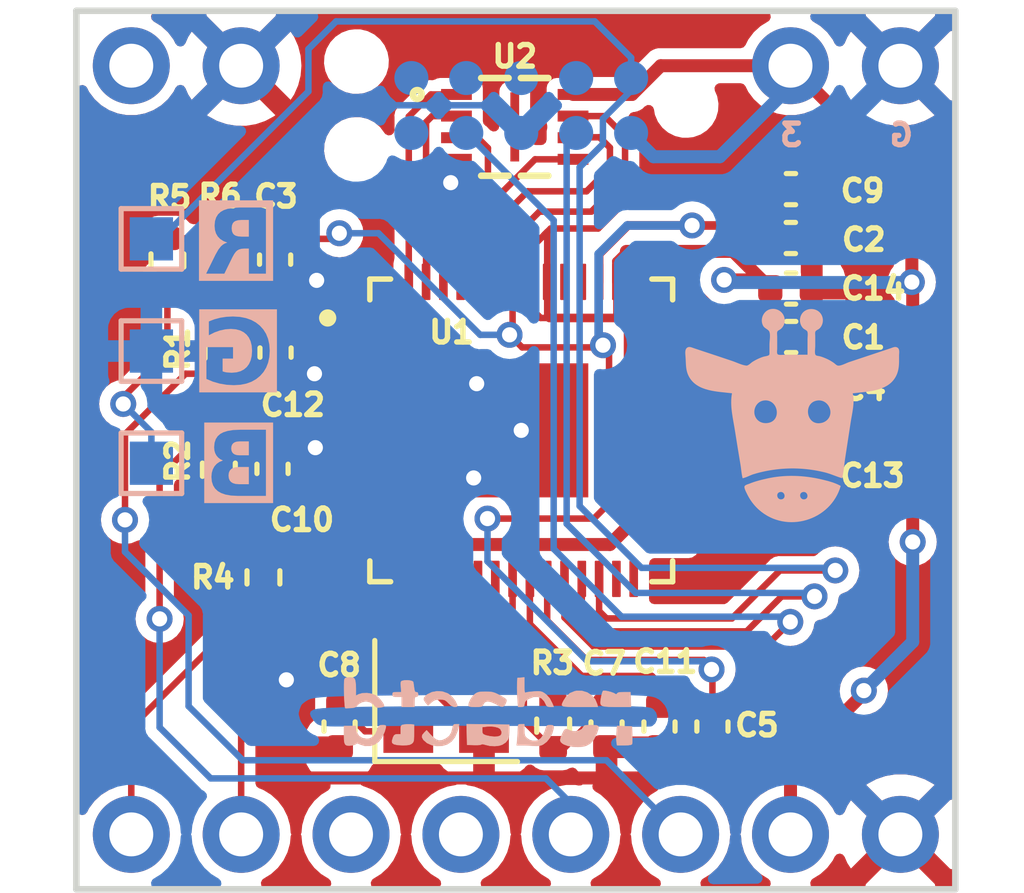
<source format=kicad_pcb>
(kicad_pcb (version 20221018) (generator pcbnew)
  (layers (0 "F.Cu" signal) (31 "B.Cu" signal) (34 "B.Paste" user) (35 "F.Paste" user) (36 "B.SilkS" user "B.Silkscreen") (37 "F.SilkS" user "F.Silkscreen") (38 "B.Mask" user) (39 "F.Mask" user) (44 "Edge.Cuts" user))
  (net 0 "")
  (net 1 "GND")
  (net 2 "+3V3")
  (net 3 "+1V1")
  (net 4 "Net-(C7-Pad1)")
  (net 5 "XIN")
  (net 7 "SWD")
  (net 8 "SWCLK")
  (net 14 "RUN")
  (net 15 "I2C_0_SDA")
  (net 16 "I2C_0_SCL")
  (net 17 "XOUT")
  (net 19 "QSPI_SS")
  (net 20 "USB_BOOT")
  (net 28 "QSPI_SD3")
  (net 29 "QSPI_SCLK")
  (net 30 "QSPI_SD0")
  (net 31 "QSPI_SD2")
  (net 32 "QSPI_SD1")
  (net 42 "TOUCH")
  (net 49 "NEO")
  (footprint "W25Q16JVUXIQ:W25Q16JVUXIQ_WIN-L" (layer "F.Cu") (at 113.61 70.19)
    (fp_text reference "U2")
    (fp_text value "W25Q32JVSS")
  )
  (footprint "Capacitor_SMD:C_0402_1005Metric" (layer "F.Cu") (at 108.08 75.41 -90)
    (fp_text reference "C12")
    (fp_text value "100n")
  )
  (footprint "Crystal:Crystal_SMD_2520-4Pin_2.5x2.0mm" (layer "F.Cu") (at 112.024 83.47)
    (fp_text reference "Y1" hide)
    (fp_text value "ECS-120-18-33-JGN-TR")
  )
  (footprint "Capacitor_SMD:C_0402_1005Metric" (layer "F.Cu") (at 109.56 84.06 -90)
    (fp_text reference "C8")
    (fp_text value "27pF")
  )
  (footprint "Capacitor_SMD:C_0402_1005Metric" (layer "F.Cu") (at 119.99 76.18)
    (fp_text reference "C4")
    (fp_text value "100n")
  )
  (footprint "Capacitor_SMD:C_0402_1005Metric" (layer "F.Cu") (at 119.995 71.63)
    (fp_text reference "C9")
    (fp_text value "100n")
  )
  (footprint "Capacitor_SMD:C_0402_1005Metric" (layer "F.Cu") (at 116.956 84.06 -90)
    (fp_text reference "C11")
    (fp_text value "100n")
  )
  (footprint "Resistor_SMD:R_0402_1005Metric" (layer "F.Cu") (at 105.58 73.28 -90)
    (fp_text reference "R5")
    (fp_text value "1k")
  )
  (footprint "Capacitor_SMD:C_0402_1005Metric" (layer "F.Cu") (at 119.9975 73.93)
    (fp_text reference "C14")
    (fp_text value "100n")
  )
  (footprint "Resistor_SMD:R_0402_1005Metric" (layer "F.Cu") (at 114.498 84.04 90)
    (fp_text reference "R3")
    (fp_text value "1k")
  )
  (footprint "Capacitor_SMD:C_0402_1005Metric" (layer "F.Cu") (at 120 75.05 180)
    (fp_text reference "C1")
    (fp_text value "1uF")
  )
  (footprint "Capacitor_SMD:C_0402_1005Metric" (layer "F.Cu") (at 118.18 84.06 -90)
    (fp_text reference "C5")
    (fp_text value "100n")
  )
  (footprint "Resistor_SMD:R_0402_1005Metric" (layer "F.Cu") (at 107.8 80.61 90)
    (fp_text reference "R4")
    (fp_text value "1M")
  )
  (footprint "rp2040:QFN40P700X700X90-57N" (layer "F.Cu") (at 113.76 77.21)
    (fp_text reference "U1")
    (fp_text value "RP2040")
  )
  (footprint "Capacitor_SMD:C_0402_1005Metric" (layer "F.Cu") (at 115.732 84.06 -90)
    (fp_text reference "C7")
    (fp_text value "27pF")
  )
  (footprint "Capacitor_SMD:C_0402_1005Metric" (layer "F.Cu") (at 108.07 73.26 90)
    (fp_text reference "C3")
    (fp_text value "1u")
  )
  (footprint "Capacitor_SMD:C_0402_1005Metric" (layer "F.Cu") (at 108.01 78.1 90)
    (fp_text reference "C10")
    (fp_text value "100n")
  )
  (footprint "Resistor_SMD:R_0402_1005Metric" (layer "F.Cu") (at 106.83 75.39 -90)
    (fp_text reference "R1")
    (fp_text value "10k")
  )
  (footprint "Capacitor_SMD:C_0402_1005Metric" (layer "F.Cu") (at 119.99 78.24)
    (fp_text reference "C13")
    (fp_text value "100n")
  )
  (footprint "minibadge_kicad:SAINTCON-Minibadge-redactd2023" (layer "F.Cu") (at 103.475 67.505)
    (fp_text reference "X1" hide)
    (fp_text value "SAINTCON-Minibadge-Simple" hide)
    (fp_line (start 0 0) (end 0 20.32) (stroke (width 0.15)) (layer "Edge.Cuts"))
    (fp_line (start 0 20.32) (end 20.32 20.32) (stroke (width 0.15)) (layer "Edge.Cuts"))
    (fp_line (start 20.32 0) (end 0 0) (stroke (width 0.15)) (layer "Edge.Cuts"))
    (fp_line (start 20.32 20.32) (end 20.32 0) (stroke (width 0.15)) (layer "Edge.Cuts"))
  )
  (footprint "Resistor_SMD:R_0402_1005Metric" (layer "F.Cu") (at 106.77 78.12 -90)
    (fp_text reference "R2")
    (fp_text value "10k")
  )
  (footprint "Capacitor_SMD:C_0402_1005Metric" (layer "F.Cu") (at 119.9925 72.76)
    (fp_text reference "C2")
    (fp_text value "100n")
  )
  (footprint "Resistor_SMD:R_0402_1005Metric" (layer "F.Cu") (at 106.83 73.28 90)
    (fp_text reference "R6")
    (fp_text value "10k")
  )
  (footprint "logo:redactd_copper_strike_v1_8mm" (layer "B.Cu") (at 110.212759 85.170611 180)
    (fp_text reference "Ref**" hide)
    (fp_text value "Val**" hide)
  )
  (footprint "TestPoint:TestPoint_Pad_1.0x1.0mm" (layer "B.Cu") (at 105.21 75.375 180)
    (fp_text reference "TP4" hide)
    (fp_text value "RESET" hide)
  )
  (footprint "TestPoint:TestPoint_Pad_1.0x1.0mm" (layer "B.Cu") (at 105.21 77.97 180)
    (fp_text reference "TP3" hide)
    (fp_text value "BOOT" hide)
  )
  (footprint "TestPoint:TestPoint_Pad_1.0x1.0mm" (layer "B.Cu") (at 105.21 72.78 180)
    (fp_text reference "TP1" hide)
    (fp_text value "RESET" hide)
  )
  (footprint "TC2050-IDC-NL:TAG-CONNECT_TC2050-IDC-NL-NOCOURTYARD" (layer "B.Cu") (at 116.3 70.33 90)
    (fp_text reference "J1" hide)
    (fp_text value "TagConnect" hide)
  )
  (gr_poly (pts (xy 119.6 74.4) (xy 119.616483 74.401523) (xy 119.632663 74.404006) (xy 119.64851 74.407421) (xy 119.663995 74.411739) (xy 119.679086 74.41693) (xy 119.693753 74.422968) (xy 119.707965 74.429822) (xy 119.721691 74.437465) (xy 119.734902 74.445868) (xy 119.747567 74.455002) (xy 119.759655 74.464839) (xy 119.771135 74.47535) (xy 119.781977 74.486507) (xy 119.792151 74.49828) (xy 119.801625 74.510642) (xy 119.81037 74.523564) (xy 119.818355 74.537017) (xy 119.825549 74.550973) (xy 119.831921 74.565402) (xy 119.837442 74.580278) (xy 119.842081 74.59557) (xy 119.845806 74.61125) (xy 119.848589 74.62729) (xy 119.850397 74.643662) (xy 119.8512 74.660336) (xy 119.850969 74.677283) (xy 119.849671 74.694477) (xy 119.847278 74.711887) (xy 119.845073 74.723405) (xy 119.842378 74.734729) (xy 119.839199 74.745848) (xy 119.835542 74.756755) (xy 119.831413 74.767438) (xy 119.826818 74.777889) (xy 119.821763 74.788098) (xy 119.816255 74.798056) (xy 119.810298 74.807753) (xy 119.803898 74.81718) (xy 119.797063 74.826328) (xy 119.789797 74.835186) (xy 119.782108 74.843746) (xy 119.773999 74.851999) (xy 119.765479 74.859933) (xy 119.756552 74.867541) (xy 119.752436 74.870696) (xy 119.748003 74.873752) (xy 119.743308 74.876732) (xy 119.738409 74.879662) (xy 119.717879 74.891345) (xy 119.712793 74.894376) (xy 119.707838 74.8975) (xy 119.70307 74.90074) (xy 119.698544 74.90412) (xy 119.694316 74.907664) (xy 119.690443 74.911396) (xy 119.688657 74.91334) (xy 119.68698 74.91534) (xy 119.68542 74.917398) (xy 119.683984 74.919519) (xy 119.68241 74.922201) (xy 119.680996 74.925044) (xy 119.679734 74.928039) (xy 119.678619 74.931176) (xy 119.676795 74.937836) (xy 119.675467 74.944942) (xy 119.674578 74.952415) (xy 119.674068 74.960176) (xy 119.673881 74.968144) (xy 119.673958 74.97624) (xy 119.677183 75.036001) (xy 119.677183 75.320429) (xy 119.677054 75.326886) (xy 119.676707 75.333956) (xy 119.675609 75.349555) (xy 119.674391 75.366463) (xy 119.673551 75.383919) (xy 119.67343 75.392615) (xy 119.673591 75.401163) (xy 119.674097 75.409467) (xy 119.67501 75.417432) (xy 119.676393 75.424963) (xy 119.678307 75.431966) (xy 119.679484 75.435239) (xy 119.680817 75.438344) (xy 119.682314 75.441269) (xy 119.683984 75.444002) (xy 119.68636 75.447026) (xy 119.689233 75.449756) (xy 119.692572 75.452204) (xy 119.696347 75.454384) (xy 119.700527 75.45631) (xy 119.705082 75.457993) (xy 119.715195 75.460685) (xy 119.726445 75.462565) (xy 119.738588 75.463736) (xy 119.751382 75.464303) (xy 119.764585 75.464368) (xy 119.791243 75.463413) (xy 119.816622 75.461701) (xy 119.83878 75.460065) (xy 119.855777 75.459335) (xy 120.378329 75.459335) (xy 120.378329 75.102147) (xy 120.378813 75.08187) (xy 120.379968 75.060448) (xy 120.382524 75.015813) (xy 120.383039 74.99342) (xy 120.382913 74.982384) (xy 120.382457 74.971524) (xy 120.381615 74.96089) (xy 120.380333 74.950534) (xy 120.378555 74.940508) (xy 120.376226 74.930863) (xy 120.375151 74.927576) (xy 120.37379 74.92438) (xy 120.372159 74.921269) (xy 120.370273 74.91824) (xy 120.368148 74.915289) (xy 120.365801 74.912411) (xy 120.363248 74.909604) (xy 120.360505 74.906862) (xy 120.354512 74.901561) (xy 120.347951 74.896476) (xy 120.340951 74.891575) (xy 120.333639 74.886826) (xy 120.303854 74.868719) (xy 120.296916 74.864256) (xy 120.290437 74.859754) (xy 120.284548 74.855182) (xy 120.279375 74.850509) (xy 120.267553 74.837928) (xy 120.256711 74.824662) (xy 120.246853 74.810769) (xy 120.237985 74.796307) (xy 120.230113 74.781333) (xy 120.223243 74.765906) (xy 120.217379 74.750084) (xy 120.212527 74.733923) (xy 120.208693 74.717484) (xy 120.205883 74.700822) (xy 120.204102 74.683996) (xy 120.203355 74.667065) (xy 120.203648 74.650086) (xy 120.204986 74.633116) (xy 120.207375 74.616215) (xy 120.210821 74.599439) (xy 120.217664 74.575388) (xy 120.22628 74.552915) (xy 120.236552 74.532017) (xy 120.248363 74.512693) (xy 120.261595 74.494938) (xy 120.27613 74.478751) (xy 120.29185 74.46413) (xy 120.308638 74.45107) (xy 120.326375 74.43957) (xy 120.344945 74.429627) (xy 120.364229 74.421238) (xy 120.38411 74.414401) (xy 120.40447 74.409113) (xy 120.425191 74.405371) (xy 120.446155 74.403173) (xy 120.467245 74.402516) (xy 120.488343 74.403398) (xy 120.509332 74.405815) (xy 120.530093 74.409765) (xy 120.550508 74.415245) (xy 120.570461 74.422253) (xy 120.589833 74.430786) (xy 120.608507 74.440842) (xy 120.626364 74.452417) (xy 120.643288 74.46551) (xy 120.65916 74.480117) (xy 120.673862 74.496235) (xy 120.687278 74.513863) (xy 120.699288 74.532997) (xy 120.709776 74.553636) (xy 120.718624 74.575775) (xy 120.725714 74.599413) (xy 120.729405 74.616386) (xy 120.73195 74.633534) (xy 120.73336 74.650788) (xy 120.733648 74.668082) (xy 120.732827 74.685349) (xy 120.73091 74.702521) (xy 120.727907 74.719532) (xy 120.723834 74.736315) (xy 120.7187 74.752803) (xy 120.71252 74.768929) (xy 120.705306 74.784626) (xy 120.69707 74.799827) (xy 120.687824 74.814465) (xy 120.677582 74.828473) (xy 120.666356 74.841785) (xy 120.654157 74.854332) (xy 120.651753 74.856529) (xy 120.649185 74.858683) (xy 120.643611 74.862878) (xy 120.637541 74.866951) (xy 120.631078 74.870938) (xy 120.603392 74.886735) (xy 120.596533 74.890823) (xy 120.589908 74.895038) (xy 120.583621 74.899415) (xy 120.577777 74.903988) (xy 120.575053 74.90636) (xy 120.572479 74.908795) (xy 120.570068 74.911296) (xy 120.567833 74.913869) (xy 120.565787 74.916517) (xy 120.563942 74.919246) (xy 120.562313 74.92206) (xy 120.560912 74.924962) (xy 120.55883 74.930483) (xy 120.557193 74.936357) (xy 120.555955 74.942537) (xy 120.555076 74.948977) (xy 120.554511 74.955629) (xy 120.55422 74.962447) (xy 120.554158 74.969383) (xy 120.554284 74.976391) (xy 120.554927 74.990433) (xy 120.555809 75.004197) (xy 120.556587 75.017307) (xy 120.556923 75.029387) (xy 120.556923 75.267512) (xy 120.550266 75.371958) (xy 120.54997 75.387084) (xy 120.550158 75.401818) (xy 120.550936 75.415905) (xy 120.552416 75.429089) (xy 120.554706 75.441114) (xy 120.556189 75.446612) (xy 120.557915 75.451725) (xy 120.559898 75.456421) (xy 120.562152 75.460666) (xy 120.56469 75.464431) (xy 120.567526 75.467682) (xy 120.569404 75.469431) (xy 120.571418 75.471077) (xy 120.573561 75.472625) (xy 120.575825 75.474079) (xy 120.580684 75.476721) (xy 120.585931 75.479038) (xy 120.591504 75.481065) (xy 120.597338 75.482835) (xy 120.603371 75.484383) (xy 120.609539 75.485743) (xy 120.622027 75.488036) (xy 120.634295 75.489988) (xy 120.645835 75.491872) (xy 120.651174 75.492874) (xy 120.656142 75.493962) (xy 120.675603 75.499014) (xy 120.694958 75.504743) (xy 120.714197 75.511056) (xy 120.733308 75.517861) (xy 120.752282 75.525065) (xy 120.771108 75.532575) (xy 120.808277 75.548149) (xy 120.831644 75.558588) (xy 120.854767 75.569766) (xy 120.877619 75.58163) (xy 120.900173 75.594124) (xy 120.922402 75.607194) (xy 120.94428 75.620785) (xy 120.965778 75.634843) (xy 120.986871 75.649312) (xy 120.991961 75.653041) (xy 120.997187 75.65713) (xy 121.008006 75.666099) (xy 121.019256 75.675632) (xy 121.030866 75.685144) (xy 121.036783 75.689709) (xy 121.042764 75.694049) (xy 121.048799 75.69809) (xy 121.054879 75.70176) (xy 121.060996 75.704985) (xy 121.06714 75.707692) (xy 121.07022 75.708828) (xy 121.073303 75.709807) (xy 121.076388 75.71062) (xy 121.079475 75.711257) (xy 121.085996 75.712147) (xy 121.09283 75.712578) (xy 121.099956 75.712576) (xy 121.107352 75.712164) (xy 121.122868 75.710206) (xy 121.139209 75.706895) (xy 121.156203 75.702423) (xy 121.17368 75.696981) (xy 121.191469 75.690761) (xy 121.209399 75.683953) (xy 121.245001 75.669342) (xy 121.279119 75.654678) (xy 121.310389 75.641491) (xy 121.324528 75.635931) (xy 121.337443 75.631314) (xy 121.992287 75.413032) (xy 122.296558 75.311611) (xy 122.312797 75.305845) (xy 122.329718 75.299527) (xy 122.347141 75.293282) (xy 122.355984 75.290383) (xy 122.364884 75.287737) (xy 122.37382 75.285421) (xy 122.382768 75.283516) (xy 122.391707 75.282098) (xy 122.400612 75.281245) (xy 122.409463 75.281037) (xy 122.418236 75.281552) (xy 122.422586 75.282104) (xy 122.426908 75.282866) (xy 122.4312 75.283849) (xy 122.435458 75.28506) (xy 122.443096 75.287768) (xy 122.450113 75.290892) (xy 122.456533 75.29441) (xy 122.462383 75.298304) (xy 122.467685 75.302554) (xy 122.472466 75.307139) (xy 122.47675 75.31204) (xy 122.480562 75.317237) (xy 122.483927 75.322711) (xy 122.486869 75.32844) (xy 122.489414 75.334407) (xy 122.491586 75.340589) (xy 122.49341 75.346969) (xy 122.494911 75.353526) (xy 122.497044 75.36709) (xy 122.498182 75.381124) (xy 122.498524 75.395469) (xy 122.498269 75.409967) (xy 122.497617 75.424457) (xy 122.495911 75.452784) (xy 122.495255 75.466302) (xy 122.494995 75.479178) (xy 122.494878 75.61442) (xy 122.494058 75.647424) (xy 122.492568 75.680139) (xy 122.490233 75.712582) (xy 122.486874 75.74477) (xy 122.482315 75.776719) (xy 122.47638 75.808448) (xy 122.468891 75.839972) (xy 122.459672 75.871308) (xy 122.448547 75.902474) (xy 122.435337 75.933486) (xy 122.419868 75.964361) (xy 122.401961 75.995116) (xy 122.382613 76.024007) (xy 122.361881 76.051082) (xy 122.339831 76.076409) (xy 122.316529 76.100054) (xy 122.292041 76.122084) (xy 122.266433 76.142568) (xy 122.23977 76.161572) (xy 122.21212 76.179163) (xy 122.154118 76.210376) (xy 122.092954 76.236746) (xy 122.029155 76.258809) (xy 121.963249 76.277103) (xy 121.895764 76.292166) (xy 121.827226 76.304536) (xy 121.758163 76.31475) (xy 121.689103 76.323346) (xy 121.423433 76.352303) (xy 121.431996 76.394468) (xy 121.437854 76.437166) (xy 121.441251 76.480318) (xy 121.44243 76.523847) (xy 121.441636 76.567672) (xy 121.439112 76.611716) (xy 121.435101 76.6559) (xy 121.429847 76.700144) (xy 121.416585 76.7885) (xy 121.401275 76.876154) (xy 121.385867 76.962475) (xy 121.372309 77.046834) (xy 121.24767 77.860428) (xy 121.23991 77.917186) (xy 121.232706 77.974442) (xy 121.218364 78.089616) (xy 121.210422 78.147122) (xy 121.20143 78.204298) (xy 121.190988 78.260938) (xy 121.178693 78.316834) (xy 121.128663 78.301474) (xy 121.07921 78.284544) (xy 120.981122 78.24832) (xy 120.93203 78.2302) (xy 120.882601 78.212858) (xy 120.832607 78.196881) (xy 120.807326 78.189588) (xy 120.781818 78.182856) (xy 120.712622 78.166366) (xy 120.643018 78.151485) (xy 120.573052 78.138214) (xy 120.502767 78.126557) (xy 120.432209 78.116517) (xy 120.361422 78.108097) (xy 120.29045 78.1013) (xy 120.219337 78.09613) (xy 120.148129 78.092588) (xy 120.076869 78.090679) (xy 120.005603 78.090405) (xy 119.934374 78.091769) (xy 119.863228 78.094774) (xy 119.792207 78.099423) (xy 119.721358 78.10572) (xy 119.650725 78.113667) (xy 119.584679 78.122554) (xy 119.518641 78.132804) (xy 119.452709 78.144444) (xy 119.386986 78.1575) (xy 119.32157 78.171997) (xy 119.256562 78.187961) (xy 119.192063 78.205419) (xy 119.128173 78.224396) (xy 119.112546 78.229536) (xy 119.096935 78.235183) (xy 119.065736 78.247634) (xy 119.003272 78.274635) (xy 118.971917 78.287743) (xy 118.956189 78.293883) (xy 118.940419 78.299627) (xy 118.924603 78.304884) (xy 118.908735 78.309564) (xy 118.892809 78.313578) (xy 118.876818 78.316834) (xy 118.868273 78.277794) (xy 118.861097 78.238341) (xy 118.854949 78.198588) (xy 118.849485 78.158649) (xy 118.839245 78.078675) (xy 118.833784 78.038868) (xy 118.827639 77.999334) (xy 118.763646 77.612572) (xy 118.702035 77.225428) (xy 118.684048 77.117626) (xy 118.664709 77.008991) (xy 118.646014 76.899748) (xy 118.630284 76.792344) (xy 119.14876 76.792344) (xy 119.149785 76.809537) (xy 119.151893 76.826664) (xy 119.1551 76.843667) (xy 119.159423 76.860484) (xy 119.164878 76.877057) (xy 119.171482 76.893324) (xy 119.179252 76.909225) (xy 119.188205 76.9247) (xy 119.198357 76.939689) (xy 119.209725 76.954131) (xy 119.221687 76.967242) (xy 119.234395 76.979253) (xy 119.247793 76.990178) (xy 119.261824 77.000029) (xy 119.276431 77.008818) (xy 119.291558 77.016559) (xy 119.307147 77.023264) (xy 119.323141 77.028946) (xy 119.339485 77.033618) (xy 119.356122 77.037291) (xy 119.372994 77.03998) (xy 119.390045 77.041697) (xy 119.407218 77.042454) (xy 119.424456 77.042264) (xy 119.441703 77.041141) (xy 119.458903 77.039095) (xy 119.489173 77.033156) (xy 119.51695 77.024655) (xy 119.542269 77.013783) (xy 119.565165 77.000729) (xy 119.585674 76.985682) (xy 119.60383 76.968834) (xy 119.61967 76.950373) (xy 119.633229 76.930488) (xy 119.644542 76.909371) (xy 119.653644 76.88721) (xy 119.660572 76.864196) (xy 119.66536 76.840517) (xy 119.668043 76.816364) (xy 119.668658 76.791926) (xy 119.667239 76.767393) (xy 119.667034 76.765923) (xy 120.388809 76.765923) (xy 120.389018 76.790526) (xy 120.391166 76.815054) (xy 120.395229 76.839317) (xy 120.401183 76.863127) (xy 120.409003 76.886295) (xy 120.418665 76.90863) (xy 120.430144 76.929943) (xy 120.443416 76.950046) (xy 120.458457 76.968749) (xy 120.475242 76.985863) (xy 120.493746 77.001197) (xy 120.513945 77.014564) (xy 120.535815 77.025773) (xy 120.559332 77.034636) (xy 120.58447 77.040963) (xy 120.611206 77.044564) (xy 120.639514 77.04525) (xy 120.669371 77.042833) (xy 120.677899 77.041623) (xy 120.686328 77.040248) (xy 120.69466 77.038697) (xy 120.702898 77.036962) (xy 120.711043 77.035031) (xy 120.719096 77.032896) (xy 120.727061 77.030546) (xy 120.734938 77.027973) (xy 120.742731 77.025166) (xy 120.75044 77.022115) (xy 120.758067 77.018811) (xy 120.765615 77.015244) (xy 120.773085 77.011404) (xy 120.780479 77.007282) (xy 120.7878 77.002867) (xy 120.795048 76.998151) (xy 120.81553 76.982984) (xy 120.833809 76.96672) (xy 120.849936 76.94947) (xy 120.863959 76.931346) (xy 120.875929 76.912459) (xy 120.885894 76.892919) (xy 120.893905 76.872837) (xy 120.900009 76.852326) (xy 120.904258 76.831495) (xy 120.906699 76.810456) (xy 120.907383 76.789319) (xy 120.906359 76.768197) (xy 120.903676 76.747199) (xy 120.899384 76.726437) (xy 120.893532 76.706022) (xy 120.886169 76.686065) (xy 120.877346 76.666677) (xy 120.86711 76.647969) (xy 120.855512 76.630053) (xy 120.842601 76.613038) (xy 120.828426 76.597037) (xy 120.813037 76.58216) (xy 120.796483 76.568518) (xy 120.778813 76.556223) (xy 120.760078 76.545385) (xy 120.740325 76.536115) (xy 120.719606 76.528525) (xy 120.697968 76.522725) (xy 120.675462 76.518827) (xy 120.652137 76.516941) (xy 120.628041 76.517179) (xy 120.603226 76.519652) (xy 120.573715 76.525423) (xy 120.546486 76.53377) (xy 120.521514 76.544503) (xy 120.498774 76.557434) (xy 120.478243 76.572372) (xy 120.459897 76.589128) (xy 120.443709 76.607514) (xy 120.429657 76.627339) (xy 120.417715 76.648415) (xy 120.407859 76.670551) (xy 120.400065 76.69356) (xy 120.394309 76.717251) (xy 120.390565 76.741435) (xy 120.388809 76.765923) (xy 119.667034 76.765923) (xy 119.663822 76.742956) (xy 119.658443 76.718802) (xy 119.651136 76.695123) (xy 119.641937 76.672108) (xy 119.630882 76.649947) (xy 119.618006 76.628828) (xy 119.603344 76.608943) (xy 119.586932 76.590481) (xy 119.568805 76.573632) (xy 119.548998 76.558584) (xy 119.527547 76.545529) (xy 119.504488 76.534655) (xy 119.479855 76.526153) (xy 119.453684 76.520212) (xy 119.426011 76.517021) (xy 119.396871 76.516772) (xy 119.366298 76.519652) (xy 119.34773 76.52303) (xy 119.329877 76.527669) (xy 119.312757 76.533507) (xy 119.296385 76.540485) (xy 119.280779 76.548543) (xy 119.265955 76.55762) (xy 119.25193 76.567656) (xy 119.23872 76.578591) (xy 119.226343 76.590365) (xy 119.214814 76.602917) (xy 119.204151 76.616188) (xy 119.194371 76.630116) (xy 119.185489 76.644643) (xy 119.177523 76.659707) (xy 119.17049 76.675248) (xy 119.164405 76.691206) (xy 119.159286 76.707522) (xy 119.155149 76.724134) (xy 119.152012 76.740982) (xy 119.14989 76.758007) (xy 119.1488 76.775148) (xy 119.14876 76.792344) (xy 118.630284 76.792344) (xy 118.629959 76.790123) (xy 118.623545 76.735237) (xy 118.618541 76.68034) (xy 118.615195 76.625461) (xy 118.613757 76.570626) (xy 118.614477 76.515865) (xy 118.617604 76.461205) (xy 118.623388 76.406675) (xy 118.632079 76.352303) (xy 118.366785 76.323329) (xy 118.297727 76.314706) (xy 118.228641 76.30446) (xy 118.160061 76.292058) (xy 118.092519 76.276964) (xy 118.026549 76.258643) (xy 117.962684 76.236561) (xy 117.931708 76.223942) (xy 117.901457 76.210182) (xy 117.872 76.195214) (xy 117.843401 76.178972) (xy 117.815729 76.161387) (xy 117.78905 76.142395) (xy 117.76343 76.121927) (xy 117.738935 76.099916) (xy 117.715634 76.076297) (xy 117.693592 76.051002) (xy 117.672875 76.023964) (xy 117.653551 75.995116) (xy 117.635623 75.964191) (xy 117.620389 75.933336) (xy 117.607611 75.902511) (xy 117.597049 75.871674) (xy 117.588464 75.840784) (xy 117.581618 75.8098) (xy 117.576272 75.778681) (xy 117.572187 75.747387) (xy 117.569123 75.715877) (xy 117.566843 75.684108) (xy 117.563674 75.619635) (xy 117.56077 75.553639) (xy 117.556218 75.485793) (xy 117.553924 75.458976) (xy 117.552924 75.444574) (xy 117.552217 75.429752) (xy 117.551951 75.41469) (xy 117.552271 75.39957) (xy 117.553325 75.384573) (xy 117.555259 75.369881) (xy 117.556603 75.362706) (xy 117.558221 75.355675) (xy 117.560133 75.348811) (xy 117.562357 75.342136) (xy 117.564911 75.335673) (xy 117.567814 75.329445) (xy 117.571084 75.323474) (xy 117.574738 75.317784) (xy 117.578797 75.312396) (xy 117.583277 75.307333) (xy 117.588198 75.302619) (xy 117.593577 75.298275) (xy 117.599434 75.294325) (xy 117.605786 75.29079) (xy 117.612651 75.287694) (xy 117.620048 75.28506) (xy 117.623965 75.283941) (xy 117.6279 75.28302) (xy 117.631852 75.282289) (xy 117.635817 75.281739) (xy 117.643785 75.281154) (xy 117.651791 75.281199) (xy 117.65982 75.281808) (xy 117.667858 75.282918) (xy 117.675893 75.284462) (xy 117.683909 75.286376) (xy 117.691893 75.288595) (xy 117.699832 75.291054) (xy 117.715516 75.296431) (xy 117.745725 75.307199) (xy 117.990465 75.388777) (xy 118.314751 75.49631) (xy 118.638694 75.604875) (xy 118.677138 75.618796) (xy 118.716891 75.634319) (xy 118.798886 75.666615) (xy 118.840413 75.681611) (xy 118.861152 75.688432) (xy 118.881814 75.694653) (xy 118.902356 75.700164) (xy 118.922732 75.704854) (xy 118.942898 75.708611) (xy 118.962809 75.711324) (xy 118.967129 75.711575) (xy 118.971539 75.711413) (xy 118.97603 75.710859) (xy 118.980595 75.709936) (xy 118.985227 75.708665) (xy 118.989919 75.707069) (xy 118.994663 75.70517) (xy 118.999451 75.702989) (xy 119.00913 75.697871) (xy 119.018898 75.691892) (xy 119.028695 75.685227) (xy 119.038461 75.678052) (xy 119.048137 75.670544) (xy 119.057663 75.662878) (xy 119.076026 75.647778) (xy 119.093074 75.634159) (xy 119.100955 75.628345) (xy 119.10833 75.623429) (xy 119.136785 75.606255) (xy 119.165532 75.589917) (xy 119.19461 75.574427) (xy 119.224063 75.559794) (xy 119.253932 75.546029) (xy 119.284259 75.533143) (xy 119.315086 75.521146) (xy 119.346455 75.510049) (xy 119.354293 75.507582) (xy 119.362344 75.505345) (xy 119.378944 75.50139) (xy 119.413155 75.494382) (xy 119.430205 75.490654) (xy 119.438593 75.488587) (xy 119.446844 75.486327) (xy 119.454922 75.483834) (xy 119.462791 75.481065) (xy 119.470418 75.477977) (xy 119.477767 75.474528) (xy 119.480075 75.473264) (xy 119.482211 75.471899) (xy 119.484182 75.470436) (xy 119.485996 75.468882) (xy 119.487658 75.467241) (xy 119.489174 75.465516) (xy 119.490551 75.463713) (xy 119.491796 75.461836) (xy 119.492915 75.45989) (xy 119.493914 75.457879) (xy 119.494799 75.455807) (xy 119.495578 75.45368) (xy 119.496841 75.449277) (xy 119.497753 75.444705) (xy 119.498366 75.440001) (xy 119.498731 75.435201) (xy 119.4989 75.430341) (xy 119.498923 75.425458) (xy 119.49859 75.406418) (xy 119.49859 75.22121) (xy 119.498896 75.205471) (xy 119.499728 75.188461) (xy 119.502455 75.1514) (xy 119.505743 75.111571) (xy 119.508564 75.070519) (xy 119.509478 75.050017) (xy 119.509889 75.029788) (xy 119.509669 75.010025) (xy 119.508689 74.990922) (xy 119.506821 74.972671) (xy 119.503936 74.955465) (xy 119.499906 74.939498) (xy 119.497421 74.932039) (xy 119.494601 74.924962) (xy 119.492456 74.920524) (xy 119.48995 74.916199) (xy 119.487104 74.911981) (xy 119.483942 74.907861) (xy 119.480484 74.90383) (xy 119.476753 74.89988) (xy 119.468561 74.892188) (xy 119.459541 74.884718) (xy 119.449871 74.877403) (xy 119.429286 74.862965) (xy 119.408216 74.848334) (xy 119.397942 74.840777) (xy 119.388076 74.832969) (xy 119.378795 74.824843) (xy 119.370276 74.81633) (xy 119.366358 74.811908) (xy 119.362696 74.807364) (xy 119.359313 74.80269) (xy 119.356231 74.797876) (xy 119.348326 74.783612) (xy 119.341469 74.769029) (xy 119.335642 74.754172) (xy 119.330826 74.739086) (xy 119.327003 74.723814) (xy 119.324155 74.708402) (xy 119.322262 74.692894) (xy 119.321307 74.677334) (xy 119.321272 74.661767) (xy 119.322136 74.646238) (xy 119.323883 74.63079) (xy 119.326494 74.615468) (xy 119.32995 74.600318) (xy 119.334233 74.585383) (xy 119.339324 74.570707) (xy 119.345204 74.556336) (xy 119.351857 74.542313) (xy 119.359262 74.528684) (xy 119.367402 74.515493) (xy 119.376258 74.502783) (xy 119.385811 74.490601) (xy 119.396044 74.478989) (xy 119.406937 74.467994) (xy 119.418473 74.457658) (xy 119.430632 74.448027) (xy 119.443397 74.439145) (xy 119.456748 74.431057) (xy 119.470668 74.423807) (xy 119.485138 74.41744) (xy 119.500139 74.411999) (xy 119.515654 74.40753) (xy 119.531663 74.404077) (xy 119.549048 74.401475) (xy 119.566252 74.399947) (xy 119.583247 74.399465)) (fill solid) (layer "B.SilkS"))
  (gr_poly (pts (xy 120.071764 78.262888) (xy 120.151754 78.265684) (xy 120.231613 78.270665) (xy 120.311241 78.277788) (xy 120.390539 78.287012) (xy 120.469408 78.298293) (xy 120.547749 78.31159) (xy 120.62546 78.32686) (xy 120.702444 78.34406) (xy 120.758711 78.35756) (xy 120.815619 78.371863) (xy 120.872724 78.387341) (xy 120.929579 78.404368) (xy 120.985742 78.423317) (xy 121.013424 78.433628) (xy 121.040766 78.444561) (xy 121.067713 78.45616) (xy 121.094208 78.468474) (xy 121.120196 78.481547) (xy 121.145621 78.495428) (xy 121.145621 78.495429) (xy 121.121869 78.569509) (xy 121.093656 78.640584) (xy 121.061203 78.708588) (xy 121.024729 78.773457) (xy 120.984452 78.835124) (xy 120.940592 78.893526) (xy 120.893368 78.948596) (xy 120.842999 79.00027) (xy 120.789705 79.048482) (xy 120.733704 79.093168) (xy 120.675215 79.134261) (xy 120.614459 79.171698) (xy 120.551653 79.205412) (xy 120.487017 79.235339) (xy 120.42077 79.261413) (xy 120.353132 79.28357) (xy 120.284321 79.301743) (xy 120.214556 79.315868) (xy 120.144057 79.325881) (xy 120.073044 79.331714) (xy 120.001734 79.333304) (xy 119.930347 79.330586) (xy 119.859103 79.323493) (xy 119.78822 79.311961) (xy 119.717917 79.295925) (xy 119.648415 79.27532) (xy 119.579931 79.25008) (xy 119.512685 79.22014) (xy 119.446897 79.185435) (xy 119.382784 79.1459) (xy 119.320567 79.10147) (xy 119.260465 79.052079) (xy 119.238623 79.032352) (xy 119.217342 79.012112) (xy 119.196626 78.991368) (xy 119.176476 78.970132) (xy 119.156896 78.948413) (xy 119.137888 78.926222) (xy 119.119454 78.90357) (xy 119.101598 78.880467) (xy 119.084321 78.856922) (xy 119.067628 78.832947) (xy 119.051519 78.808552) (xy 119.035999 78.783747) (xy 119.021069 78.758543) (xy 119.006732 78.732949) (xy 118.996159 78.712966) (xy 119.678258 78.712966) (xy 119.67848 78.720939) (xy 119.679374 78.728905) (xy 119.680926 78.736805) (xy 119.683121 78.744575) (xy 119.685943 78.752156) (xy 119.689377 78.759485) (xy 119.69341 78.766502) (xy 119.698026 78.773145) (xy 119.703209 78.779353) (xy 119.708946 78.785064) (xy 119.715222 78.790219) (xy 119.722021 78.794754) (xy 119.729328 78.79861) (xy 119.737129 78.801724) (xy 119.745408 78.804035) (xy 119.754152 78.805483) (xy 119.763345 78.806006) (xy 119.772971 78.805543) (xy 119.783017 78.804032) (xy 119.792758 78.801576) (xy 119.801651 78.798326) (xy 119.809713 78.794344) (xy 119.816955 78.789692) (xy 119.823393 78.784431) (xy 119.829039 78.778622) (xy 119.833908 78.772326) (xy 119.838013 78.765606) (xy 119.841369 78.758522) (xy 119.843988 78.751137) (xy 119.845885 78.743511) (xy 119.847074 78.735706) (xy 119.847569 78.727783) (xy 119.847382 78.719804) (xy 119.84665 78.712966) (xy 120.207425 78.712966) (xy 120.207647 78.720939) (xy 120.208541 78.728905) (xy 120.210093 78.736805) (xy 120.212287 78.744575) (xy 120.215109 78.752156) (xy 120.218544 78.759485) (xy 120.222577 78.766502) (xy 120.227192 78.773145) (xy 120.232376 78.779353) (xy 120.238113 78.785064) (xy 120.244388 78.790219) (xy 120.251187 78.794754) (xy 120.258494 78.79861) (xy 120.266295 78.801724) (xy 120.274575 78.804035) (xy 120.283319 78.805483) (xy 120.292511 78.806006) (xy 120.302138 78.805543) (xy 120.312184 78.804032) (xy 120.321924 78.801576) (xy 120.330818 78.798326) (xy 120.338879 78.794344) (xy 120.346122 78.789692) (xy 120.352559 78.784431) (xy 120.358206 78.778622) (xy 120.363075 78.772326) (xy 120.36718 78.765606) (xy 120.370535 78.758522) (xy 120.373155 78.751137) (xy 120.375052 78.743511) (xy 120.376241 78.735706) (xy 120.376735 78.727783) (xy 120.376549 78.719804) (xy 120.375695 78.71183) (xy 120.374188 78.703923) (xy 120.372042 78.696144) (xy 120.36927 78.688555) (xy 120.365886 78.681217) (xy 120.361904 78.674191) (xy 120.357338 78.667539) (xy 120.352202 78.661323) (xy 120.346508 78.655603) (xy 120.340272 78.650441) (xy 120.333507 78.645899) (xy 120.326227 78.642038) (xy 120.318445 78.63892) (xy 120.310175 78.636606) (xy 120.301432 78.635157) (xy 120.292228 78.634635) (xy 120.282579 78.635101) (xy 120.272496 78.636617) (xy 120.262623 78.639097) (xy 120.253615 78.642368) (xy 120.245459 78.646367) (xy 120.238139 78.651033) (xy 120.23164 78.656306) (xy 120.225947 78.662124) (xy 120.221046 78.668426) (xy 120.216921 78.67515) (xy 120.213558 78.682236) (xy 120.210942 78.689621) (xy 120.209057 78.697246) (xy 120.20789 78.705048) (xy 120.207425 78.712966) (xy 119.84665 78.712966) (xy 119.846528 78.71183) (xy 119.845021 78.703923) (xy 119.842875 78.696144) (xy 119.840103 78.688555) (xy 119.836719 78.681217) (xy 119.832738 78.674191) (xy 119.828172 78.667539) (xy 119.823035 78.661323) (xy 119.817342 78.655603) (xy 119.811106 78.650441) (xy 119.804341 78.645899) (xy 119.79706 78.642038) (xy 119.789278 78.63892) (xy 119.781009 78.636606) (xy 119.772266 78.635157) (xy 119.763062 78.634635) (xy 119.753412 78.635101) (xy 119.74333 78.636617) (xy 119.733457 78.639097) (xy 119.724449 78.642368) (xy 119.716293 78.646367) (xy 119.708972 78.651033) (xy 119.702473 78.656306) (xy 119.69678 78.662124) (xy 119.691879 78.668426) (xy 119.687754 78.67515) (xy 119.684391 78.682236) (xy 119.681775 78.689621) (xy 119.679891 78.697246) (xy 119.678723 78.705048) (xy 119.678258 78.712966) (xy 118.996159 78.712966) (xy 118.992991 78.706977) (xy 118.979848 78.680637) (xy 118.961599 78.643671) (xy 118.952041 78.62379) (xy 118.942832 78.603363) (xy 118.938508 78.593035) (xy 118.934451 78.58268) (xy 118.930721 78.572332) (xy 118.927378 78.562029) (xy 118.924481 78.551807) (xy 118.92209 78.541702) (xy 118.920265 78.531749) (xy 118.919067 78.521986) (xy 118.918925 78.517575) (xy 118.919288 78.513339) (xy 118.92013 78.509272) (xy 118.921425 78.50537) (xy 118.923147 78.501627) (xy 118.92527 78.498039) (xy 118.927767 78.4946) (xy 118.930612 78.491306) (xy 118.93378 78.488151) (xy 118.937244 78.48513) (xy 118.940978 78.482239) (xy 118.944956 78.479472) (xy 118.95354 78.47429) (xy 118.962787 78.469545) (xy 118.972489 78.465195) (xy 118.982435 78.461201) (xy 119.002228 78.454118) (xy 119.020496 78.447972) (xy 119.035569 78.442439) (xy 119.084815 78.423143) (xy 119.134432 78.405589) (xy 119.184406 78.389553) (xy 119.23472 78.374808) (xy 119.285358 78.361131) (xy 119.336305 78.348294) (xy 119.439059 78.324243) (xy 119.516517 78.308039) (xy 119.59464 78.294358) (xy 119.673328 78.283157) (xy 119.752482 78.274396) (xy 119.832002 78.26803) (xy 119.911788 78.264018) (xy 119.991742 78.262318)) (fill solid) (layer "B.SilkS"))
  (gr_text "R" (at 108.05 73.84) (layer "B.SilkS" knockout) (effects (font (size 1.5 1.5) (thickness 0.3) bold) (justify left bottom mirror)))
  (gr_text "3" (at 120.32 70.67) (layer "B.SilkS") (effects (font (size 0.5 0.5) (thickness 0.125) bold) (justify left bottom mirror)))
  (gr_text "B" (at 108.05 78.98) (layer "B.SilkS" knockout) (effects (font (size 1.5 1.5) (thickness 0.3) bold) (justify left bottom mirror)))
  (gr_text "G" (at 122.88 70.67) (layer "B.SilkS") (effects (font (size 0.5 0.5) (thickness 0.125) bold) (justify left bottom mirror)))
  (gr_text "G" (at 108.05 76.39) (layer "B.SilkS" knockout) (effects (font (size 1.5 1.5) (thickness 0.3) bold) (justify left bottom mirror)))
  (segment (start 108.33 82.98) (end 108.33 82.83) (width 0.15) (layer "F.Cu") (net 1))
  (segment (start 112.13 71.072401) (end 112.2624 70.940001) (width 0.15) (layer "F.Cu") (net 1))
  (segment (start 111.499 82.77) (end 111.499 82.969) (width 0.2) (layer "F.Cu") (net 1))
  (segment (start 112.62 81.46) (end 109.7 81.46) (width 0.15) (layer "F.Cu") (net 1))
  (segment (start 108.33 82.83) (end 109.7 81.46) (width 0.15) (layer "F.Cu") (net 1))
  (segment (start 108.885 85.25) (end 118.535 85.25) (width 0.3) (layer "F.Cu") (net 1))
  (segment (start 112.7 84.17) (end 112.899 84.17) (width 0.2) (layer "F.Cu") (net 1))
  (segment (start 112.76 81.32) (end 112.62 81.46) (width 0.15) (layer "F.Cu") (net 1))
  (segment (start 111.499 82.969) (end 112.7 84.17) (width 0.2) (layer "F.Cu") (net 1))
  (segment (start 112.76 80.645) (end 112.76 81.32) (width 0.15) (layer "F.Cu") (net 1))
  (segment (start 111.149 82.77) (end 111.499 82.77) (width 0.15) (layer "F.Cu") (net 1))
  (segment (start 112.13 71.48) (end 112.13 71.072401) (width 0.15) (layer "F.Cu") (net 1))
  (via (at 112.66 78.31) (size 0.6) (drill 0.35) (layers "F.Cu" "B.Cu") (net 1))
  (via (at 108.33 82.98) (size 0.6) (drill 0.35) (layers "F.Cu" "B.Cu") (net 1))
  (via (at 109.03 73.74) (size 0.6) (drill 0.35) (layers "F.Cu" "B.Cu") (net 1))
  (via (at 108.98 75.9) (size 0.6) (drill 0.35) (layers "F.Cu" "B.Cu") (net 1))
  (via (at 112.73 76.13) (size 0.6) (drill 0.35) (layers "F.Cu" "B.Cu") (net 1))
  (via (at 113.76 77.21) (size 0.6) (drill 0.35) (layers "F.Cu" "B.Cu") (net 1))
  (via (at 112.13 71.48) (size 0.6) (drill 0.35) (layers "F.Cu" "B.Cu") (net 1))
  (via (at 109 77.61) (size 0.6) (drill 0.35) (layers "F.Cu" "B.Cu") (net 1))
  (segment (start 109.34 69.69) (end 109.03 70) (width 0.15) (layer "B.Cu") (net 1))
  (segment (start 113.76 70.33) (end 113.25 69.82) (width 0.15) (layer "B.Cu") (net 1))
  (segment (start 113.14 69.69) (end 109.34 69.69) (width 0.15) (layer "B.Cu") (net 1))
  (segment (start 113.25 69.82) (end 113.25 69.8) (width 0.15) (layer "B.Cu") (net 1))
  (segment (start 113.25 69.8) (end 113.14 69.69) (width 0.15) (layer "B.Cu") (net 1))
  (segment (start 109.03 70) (end 109.03 73.74) (width 0.15) (layer "B.Cu") (net 1))
  (segment (start 117.195 74.61) (end 117.86 74.61) (width 0.15) (layer "F.Cu") (net 2))
  (segment (start 110.325 78.21) (end 108.38 78.21) (width 0.15) (layer "F.Cu") (net 2))
  (segment (start 113.96 73.02) (end 114.3 72.68) (width 0.15) (layer "F.Cu") (net 2))
  (segment (start 122.81 73.8) (end 122.79 73.78) (width 0.3) (layer "F.Cu") (net 2))
  (segment (start 116.37 78.21) (end 117.195 78.21) (width 0.15) (layer "F.Cu") (net 2))
  (segment (start 117.86 74.61) (end 119.43 76.18) (width 0.15) (layer "F.Cu") (net 2))
  (segment (start 117.195 78.21) (end 119.48 78.21) (width 0.15) (layer "F.Cu") (net 2))
  (segment (start 116.36 73.775) (end 117.615 73.775) (width 0.15) (layer "F.Cu") (net 2))
  (segment (start 111.69 79.85) (end 111.18 79.34) (width 0.3) (layer "F.Cu") (net 2))
  (segment (start 118.6575 73.07) (end 119.5175 73.93) (width 0.3) (layer "F.Cu") (net 2))
  (segment (start 116.36 74.61) (end 116.52 74.61) (width 0.15) (layer "F.Cu") (net 2))
  (segment (start 115.54 72.54) (end 116.45 71.63) (width 0.15) (layer "F.Cu") (net 2))
  (segment (start 116.28 74.61) (end 116.28 78.3) (width 0.3) (layer "F.Cu") (net 2))
  (segment (start 110.325 74.61) (end 108.4 74.61) (width 0.15) (layer "F.Cu") (net 2))
  (segment (start 116.04 74.61) (end 116.28 74.61) (width 0.3) (layer "F.Cu") (net 2))
  (segment (start 114.41 74.61) (end 116.04 74.61) (width 0.2) (layer "F.Cu") (net 2))
  (segment (start 115.96 73.3) (end 116.19 73.07) (width 0.2) (layer "F.Cu") (net 2))
  (segment (start 115.16 82.89) (end 116.78 82.89) (width 0.15) (layer "F.Cu") (net 2))
  (segment (start 110.325 78.21) (end 111.12 78.21) (width 0.15) (layer "F.Cu") (net 2))
  (segment (start 118.89 75.05) (end 119.52 75.05) (width 0.15) (layer "F.Cu") (net 2))
  (segment (start 113.96 80.645) (end 113.96 81.69) (width 0.15) (layer "F.Cu") (net 2))
  (segment (start 116.28 79.38) (end 115.81 79.85) (width 0.3) (layer "F.Cu") (net 2))
  (segment (start 116.52 74.61) (end 117.195 74.61) (width 0.15) (layer "F.Cu") (net 2))
  (segment (start 117.615 73.775) (end 118.89 75.05) (width 0.15) (layer "F.Cu") (net 2))
  (segment (start 116.36 73.775) (end 116.36 74.61) (width 0.15) (layer "F.Cu") (net 2))
  (segment (start 119.43 76.18) (end 119.51 76.18) (width 0.15) (layer "F.Cu") (net 2))
  (segment (start 111.18 78.27) (end 111.18 74.74) (width 0.3) (layer "F.Cu") (net 2))
  (segment (start 114.9576 69.439999) (end 116.320001 69.439999) (width 0.3) (layer "F.Cu") (net 2))
  (segment (start 114.21 74.61) (end 114.41 74.61) (width 0.15) (layer "F.Cu") (net 2))
  (segment (start 114.3 72.68) (end 114.44 72.54) (width 0.15) (layer "F.Cu") (net 2))
  (segment (start 121.68 83.23) (end 121.69 83.22) (width 0.3) (layer "F.Cu") (net 2))
  (segment (start 111.12 78.21) (end 111.18 78.27) (width 0.15) (layer "F.Cu") (net 2))
  (segment (start 114.36 72.62) (end 114.3 72.68) (width 0.15) (layer "F.Cu") (net 2))
  (segment (start 108.4 74.61) (end 108.08 74.93) (width 0.15) (layer "F.Cu") (net 2))
  (segment (start 118.45 73.73) (end 119.3175 73.73) (width 0.3) (layer "F.Cu") (net 2))
  (segment (start 117.06 83.17) (end 117.06 83.476) (width 0.15) (layer "F.Cu") (net 2))
  (segment (start 119.3175 73.73) (end 119.5175 73.93) (width 0.15) (layer "F.Cu") (net 2))
  (segment (start 122.79 71.58) (end 119.985 68.775) (width 0.3) (layer "F.Cu") (net 2))
  (segment (start 121.68 83.29) (end 121.68 83.23) (width 0.3) (layer "F.Cu") (net 2))
  (segment (start 116.985 68.775) (end 119.985 68.775) (width 0.3) (layer "F.Cu") (net 2))
  (segment (start 108.38 78.21) (end 108.01 78.58) (width 0.15) (layer "F.Cu") (net 2))
  (segment (start 111.18 79.34) (end 111.18 78.27) (width 0.3) (layer "F.Cu") (net 2))
  (segment (start 117.06 83.476) (end 116.956 83.58) (width 0.15) (layer "F.Cu") (net 2))
  (segment (start 113.96 73.775) (end 113.96 73.02) (width 0.15) (layer "F.Cu") (net 2))
  (segment (start 115.96 73.775) (end 115.96 74.53) (width 0.15) (layer "F.Cu") (net 2))
  (segment (start 119.48 78.21) (end 119.51 78.24) (width 0.15) (layer "F.Cu") (net 2))
  (segment (start 114.44 72.54) (end 115.54 72.54) (width 0.15) (layer "F.Cu") (net 2))
  (segment (start 113.96 73.775) (end 113.96 74.36) (width 0.15) (layer "F.Cu") (net 2))
  (segment (start 114.36 73.775) (end 114.36 72.62) (width 0.15) (layer "F.Cu") (net 2))
  (segment (start 116.320001 69.439999) (end 116.985 68.775) (width 0.3) (layer "F.Cu") (net 2))
  (segment (start 119.985 84.985) (end 121.68 83.29) (width 0.3) (layer "F.Cu") (net 2))
  (segment (start 106.82 78.58) (end 108.01 78.58) (width 0.15) (layer "F.Cu") (net 2))
  (segment (start 116.78 82.89) (end 117.06 83.17) (width 0.15) (layer "F.Cu") (net 2))
  (segment (start 116.19 73.07) (end 118.6575 73.07) (width 0.3) (layer "F.Cu") (net 2))
  (segment (start 106.77 78.63) (end 106.82 78.58) (width 0.15) (layer "F.Cu") (net 2))
  (segment (start 116.45 71.63) (end 119.515 71.63) (width 0.15) (layer "F.Cu") (net 2))
  (segment (start 114.36 73.775) (end 114.36 74.56) (width 0.15) (layer "F.Cu") (net 2))
  (segment (start 115.96 73.775) (end 115.96 73.3) (width 0.2) (layer "F.Cu") (net 2))
  (segment (start 115.96 74.53) (end 116.04 74.61) (width 0.15) (layer "F.Cu") (net 2))
  (segment (start 116.28 78.3) (end 116.37 78.21) (width 0.15) (layer "F.Cu") (net 2))
  (segment (start 111.05 74.61) (end 110.325 74.61) (width 0.15) (layer "F.Cu") (net 2))
  (segment (start 113.96 74.36) (end 114.21 74.61) (width 0.15) (layer "F.Cu") (net 2))
  (segment (start 108.08 74.93) (end 108.03 74.88) (width 0.15) (layer "F.Cu") (net 2))
  (segment (start 115.81 79.85) (end 113.96 79.85) (width 0.3) (layer "F.Cu") (net 2))
  (segment (start 116.36 73.775) (end 116.36 73.43) (width 0.15) (layer "F.Cu") (net 2))
  (segment (start 111.18 74.74) (end 111.05 74.61) (width 0.15) (layer "F.Cu") (net 2))
  (segment (start 119.985 86.555) (end 119.985 84.985) (width 0.3) (layer "F.Cu") (net 2))
  (segment (start 113.96 80.645) (end 113.96 79.85) (width 0.15) (layer "F.Cu") (net 2))
  (segment (start 114.36 74.56) (end 114.41 74.61) (width 0.15) (layer "F.Cu") (net 2))
  (segment (start 106.83 74.88) (end 106.83 73.79) (width 0.15) (layer "F.Cu") (net 2))
  (segment (start 113.96 79.85) (end 111.69 79.85) (width 0.3) (layer "F.Cu") (net 2))
  (segment (start 116.28 74.61) (end 116.52 74.61) (width 0.15) (layer "F.Cu") (net 2))
  (segment (start 122.81 79.79) (end 122.81 73.8) (width 0.3) (layer "F.Cu") (net 2))
  (segment (start 116.28 78.3) (end 116.28 79.38) (width 0.3) (layer "F.Cu") (net 2))
  (segment (start 108.03 74.88) (end 106.83 74.88) (width 0.15) (layer "F.Cu") (net 2))
  (segment (start 113.96 81.69) (end 115.16 82.89) (width 0.15) (layer "F.Cu") (net 2))
  (segment (start 122.79 73.78) (end 122.79 71.58) (width 0.3) (layer "F.Cu") (net 2))
  (via (at 122.81 79.79) (size 0.6) (drill 0.35) (layers "F.Cu" "B.Cu") (net 2))
  (via (at 121.68 83.23) (size 0.6) (drill 0.35) (layers "F.Cu" "B.Cu") (net 2))
  (via (at 122.79 73.78) (size 0.6) (drill 0.35) (layers "F.Cu" "B.Cu") (net 2))
  (via (at 118.45 73.73) (size 0.6) (drill 0.35) (layers "F.Cu" "B.Cu") (net 2))
  (segment (start 116.3 70.33) (end 116.3 70.36) (width 0.15) (layer "B.Cu") (net 2))
  (segment (start 119.985 69.245) (end 119.985 68.775) (width 0.15) (layer "B.Cu") (net 2))
  (segment (start 122.79 73.78) (end 122.78 73.79) (width 0.3) (layer "B.Cu") (net 2))
  (segment (start 118.35 70.88) (end 119.985 69.245) (width 0.3) (layer "B.Cu") (net 2))
  (segment (start 122.81 79.79) (end 122.81 82.1) (width 0.3) (layer "B.Cu") (net 2))
  (segment (start 122.81 82.1) (end 121.69 83.22) (width 0.3) (layer "B.Cu") (net 2))
  (segment (start 118.51 73.79) (end 118.45 73.73) (width 0.15) (layer "B.Cu") (net 2))
  (segment (start 122.78 73.79) (end 118.51 73.79) (width 0.3) (layer "B.Cu") (net 2))
  (segment (start 116.3 70.36) (end 116.82 70.88) (width 0.3) (layer "B.Cu") (net 2))
  (segment (start 116.82 70.88) (end 118.35 70.88) (width 0.3) (layer "B.Cu") (net 2))
  (segment (start 113.49 75) (end 113.78 75.29) (width 0.15) (layer "F.Cu") (net 3))
  (segment (start 109.5545 72.65) (end 109.4245 72.78) (width 0.15) (layer "F.Cu") (net 3))
  (segment (start 115.4395 79.2505) (end 112.98 79.2505) (width 0.15) (layer "F.Cu") (net 3))
  (segment (start 115.7 75.29) (end 115.79 75.29) (width 0.15) (layer "F.Cu") (net 3))
  (segment (start 114.36 81.61) (end 115.27 82.52) (width 0.15) (layer "F.Cu") (net 3))
  (segment (start 113.78 75.29) (end 115.6 75.29) (width 0.15) (layer "F.Cu") (net 3))
  (segment (start 119.223 72.4705) (end 119.5125 72.76) (width 0.2) (layer "F.Cu") (net 3))
  (segment (start 115.56 73.775) (end 115.56 73.134314) (width 0.2) (layer "F.Cu") (net 3))
  (segment (start 109.4245 72.78) (end 108.07 72.78) (width 0.15) (layer "F.Cu") (net 3))
  (segment (start 116.223814 72.4705) (end 119.223 72.4705) (width 0.2) (layer "F.Cu") (net 3))
  (segment (start 118.18 82.72) (end 118.18 83.58) (width 0.15) (layer "F.Cu") (net 3))
  (segment (start 114.36 80.645) (end 114.36 81.61) (width 0.15) (layer "F.Cu") (net 3))
  (segment (start 115.79 75.29) (end 115.79 78.9) (width 0.15) (layer "F.Cu") (net 3))
  (segment (start 115.27 82.52) (end 117.98 82.52) (width 0.15) (layer "F.Cu") (net 3))
  (segment (start 113.49 75) (end 113.56 74.93) (width 0.15) (layer "F.Cu") (net 3))
  (segment (start 115.6 75.29) (end 115.65 75.24) (width 0.15) (layer "F.Cu") (net 3))
  (segment (start 115.56 73.134314) (end 116.223814 72.4705) (width 0.2) (layer "F.Cu") (net 3))
  (segment (start 113.56 74.93) (end 113.56 73.775) (width 0.15) (layer "F.Cu") (net 3))
  (segment (start 117.98 82.52) (end 118.18 82.72) (width 0.15) (layer "F.Cu") (net 3))
  (segment (start 115.79 78.9) (end 115.4395 79.2505) (width 0.15) (layer "F.Cu") (net 3))
  (segment (start 115.65 75.24) (end 115.7 75.29) (width 0.15) (layer "F.Cu") (net 3))
  (via (at 115.65 75.24) (size 0.6) (drill 0.35) (layers "F.Cu" "B.Cu") (net 3))
  (via (at 109.5545 72.65) (size 0.6) (drill 0.35) (layers "F.Cu" "B.Cu") (net 3))
  (via (at 117.71 72.4705) (size 0.6) (drill 0.35) (layers "F.Cu" "B.Cu") (net 3))
  (via (at 113.49 75) (size 0.6) (drill 0.35) (layers "F.Cu" "B.Cu") (net 3))
  (via (at 118.16 82.74) (size 0.6) (drill 0.35) (layers "F.Cu" "B.Cu") (net 3))
  (via (at 112.98 79.2505) (size 0.6) (drill 0.35) (layers "F.Cu" "B.Cu") (net 3))
  (segment (start 116.2095 72.4705) (end 117.71 72.4705) (width 0.2) (layer "B.Cu") (net 3))
  (segment (start 115.65 75.24) (end 115.55 75.14) (width 0.15) (layer "B.Cu") (net 3))
  (segment (start 112.98 79.2505) (end 112.98 80.24) (width 0.15) (layer "B.Cu") (net 3))
  (segment (start 112.98 80.24) (end 115.29 82.55) (width 0.15) (layer "B.Cu") (net 3))
  (segment (start 112.81 75) (end 113.49 75) (width 0.15) (layer "B.Cu") (net 3))
  (segment (start 115.29 82.55) (end 117.97 82.55) (width 0.15) (layer "B.Cu") (net 3))
  (segment (start 109.5545 72.65) (end 110.46 72.65) (width 0.15) (layer "B.Cu") (net 3))
  (segment (start 115.55 75.14) (end 115.55 73.13) (width 0.2) (layer "B.Cu") (net 3))
  (segment (start 117.97 82.55) (end 118.16 82.74) (width 0.15) (layer "B.Cu") (net 3))
  (segment (start 115.55 73.13) (end 116.2095 72.4705) (width 0.2) (layer "B.Cu") (net 3))
  (segment (start 110.46 72.65) (end 112.81 75) (width 0.15) (layer "B.Cu") (net 3))
  (segment (start 114.44 84.55) (end 113.82 83.93) (width 0.15) (layer "F.Cu") (net 4))
  (segment (start 114.498 84.55) (end 114.44 84.55) (width 0.15) (layer "F.Cu") (net 4))
  (segment (start 113.82 83.05) (end 113.54 82.77) (width 0.15) (layer "F.Cu") (net 4))
  (segment (start 114.762 84.55) (end 115.732 83.58) (width 0.15) (layer "F.Cu") (net 4))
  (segment (start 114.498 84.55) (end 114.762 84.55) (width 0.15) (layer "F.Cu") (net 4))
  (segment (start 113.82 83.93) (end 113.82 83.05) (width 0.15) (layer "F.Cu") (net 4))
  (segment (start 113.54 82.77) (end 112.899 82.77) (width 0.15) (layer "F.Cu") (net 4))
  (segment (start 110.15 84.17) (end 109.56 83.58) (width 0.15) (layer "F.Cu") (net 5))
  (segment (start 113.16 80.645) (end 113.16 81.62) (width 0.15) (layer "F.Cu") (net 5))
  (segment (start 113.02 81.76) (end 110.17 81.76) (width 0.15) (layer "F.Cu") (net 5))
  (segment (start 110.17 81.76) (end 109.56 82.37) (width 0.15) (layer "F.Cu") (net 5))
  (segment (start 109.56 82.37) (end 109.56 83.58) (width 0.15) (layer "F.Cu") (net 5))
  (segment (start 111.149 84.17) (end 110.15 84.17) (width 0.15) (layer "F.Cu") (net 5))
  (segment (start 113.16 81.62) (end 113.02 81.76) (width 0.15) (layer "F.Cu") (net 5))
  (segment (start 118.97 81.86) (end 119.78 81.05) (width 0.15) (layer "F.Cu") (net 7))
  (segment (start 119.78 81.05) (end 120.54 81.05) (width 0.15) (layer "F.Cu") (net 7))
  (segment (start 115.57 81.86) (end 118.97 81.86) (width 0.15) (layer "F.Cu") (net 7))
  (segment (start 115.16 81.45) (end 115.57 81.86) (width 0.15) (layer "F.Cu") (net 7))
  (segment (start 115.16 80.645) (end 115.16 81.45) (width 0.15) (layer "F.Cu") (net 7))
  (via (at 120.54 81.05) (size 0.6) (drill 0.35) (layers "F.Cu" "B.Cu") (net 7))
  (segment (start 116.41 80.97) (end 114.81 79.37) (width 0.15) (layer "B.Cu") (net 7))
  (segment (start 114.81 70.55) (end 115.03 70.33) (width 0.15) (layer "B.Cu") (net 7))
  (segment (start 114.81 79.37) (end 114.81 70.55) (width 0.15) (layer "B.Cu") (net 7))
  (segment (start 120.46 80.97) (end 116.41 80.97) (width 0.15) (layer "B.Cu") (net 7))
  (segment (start 120.54 81.05) (end 120.46 80.97) (width 0.15) (layer "B.Cu") (net 7))
  (segment (start 115.43 82.21) (end 119.41 82.21) (width 0.15) (layer "F.Cu") (net 8))
  (segment (start 119.41 82.21) (end 119.98 81.64) (width 0.15) (layer "F.Cu") (net 8))
  (segment (start 114.76 80.645) (end 114.76 81.54) (width 0.15) (layer "F.Cu") (net 8))
  (segment (start 114.76 81.54) (end 115.43 82.21) (width 0.15) (layer "F.Cu") (net 8))
  (via (at 119.98 81.64) (size 0.6) (drill 0.35) (layers "F.Cu" "B.Cu") (net 8))
  (segment (start 116.08 81.52) (end 114.51 79.95) (width 0.15) (layer "B.Cu") (net 8))
  (segment (start 119.86 81.52) (end 116.08 81.52) (width 0.15) (layer "B.Cu") (net 8))
  (segment (start 119.98 81.64) (end 119.86 81.52) (width 0.15) (layer "B.Cu") (net 8))
  (segment (start 114.51 79.95) (end 114.51 72.35) (width 0.15) (layer "B.Cu") (net 8))
  (segment (start 114.51 72.35) (end 112.49 70.33) (width 0.15) (layer "B.Cu") (net 8))
  (segment (start 115.56 80.645) (end 115.56 81.39) (width 0.15) (layer "F.Cu") (net 14))
  (segment (start 115.73 81.56) (end 118.63 81.56) (width 0.15) (layer "F.Cu") (net 14))
  (segment (start 119.74 80.45) (end 121.02 80.45) (width 0.15) (layer "F.Cu") (net 14))
  (segment (start 118.63 81.56) (end 119.74 80.45) (width 0.15) (layer "F.Cu") (net 14))
  (segment (start 115.56 81.39) (end 115.73 81.56) (width 0.15) (layer "F.Cu") (net 14))
  (via (at 121.02 80.45) (size 0.6) (drill 0.35) (layers "F.Cu" "B.Cu") (net 14))
  (segment (start 116.54 80.39) (end 120.96 80.39) (width 0.15) (layer "B.Cu") (net 14))
  (segment (start 105.43 72.78) (end 105.21 72.78) (width 0.15) (layer "B.Cu") (net 14))
  (segment (start 115.11 78.96) (end 116.54 80.39) (width 0.15) (layer "B.Cu") (net 14))
  (segment (start 116.3 69.06) (end 116.3 69.35) (width 0.15) (layer "B.Cu") (net 14))
  (segment (start 115.11 71.124692) (end 115.11 78.96) (width 0.15) (layer "B.Cu") (net 14))
  (segment (start 120.96 80.39) (end 121.02 80.45) (width 0.15) (layer "B.Cu") (net 14))
  (segment (start 108.84 69.37) (end 105.43 72.78) (width 0.15) (layer "B.Cu") (net 14))
  (segment (start 115.6485 70.586192) (end 115.11 71.124692) (width 0.15) (layer "B.Cu") (net 14))
  (segment (start 116.3 69.06) (end 116.3 68.59) (width 0.15) (layer "B.Cu") (net 14))
  (segment (start 108.84 68.39) (end 108.84 69.37) (width 0.15) (layer "B.Cu") (net 14))
  (segment (start 116.3 68.59) (end 115.46 67.75) (width 0.15) (layer "B.Cu") (net 14))
  (segment (start 115.6485 70.0015) (end 115.6485 70.586192) (width 0.15) (layer "B.Cu") (net 14))
  (segment (start 116.3 69.35) (end 115.6485 70.0015) (width 0.15) (layer "B.Cu") (net 14))
  (segment (start 109.48 67.75) (end 108.84 68.39) (width 0.15) (layer "B.Cu") (net 14))
  (segment (start 115.46 67.75) (end 109.48 67.75) (width 0.15) (layer "B.Cu") (net 14))
  (segment (start 107.54 76.61) (end 106.83 75.9) (width 0.15) (layer "F.Cu") (net 15))
  (segment (start 106 75.9) (end 106.83 75.9) (width 0.15) (layer "F.Cu") (net 15))
  (segment (start 104.6 79.28) (end 104.6 77.3) (width 0.15) (layer "F.Cu") (net 15))
  (segment (start 110.325 76.61) (end 107.54 76.61) (width 0.15) (layer "F.Cu") (net 15))
  (segment (start 104.6 77.3) (end 106 75.9) (width 0.15) (layer "F.Cu") (net 15))
  (via (at 104.6 79.28) (size 0.6) (drill 0.35) (layers "F.Cu" "B.Cu") (net 15))
  (segment (start 107.32 84.84) (end 115.73 84.84) (width 0.15) (layer "B.Cu") (net 15))
  (segment (start 115.73 84.84) (end 117.445 86.555) (width 0.15) (layer "B.Cu") (net 15))
  (segment (start 106.07 83.59) (end 107.32 84.84) (width 0.15) (layer "B.Cu") (net 15))
  (segment (start 106.07 81.49) (end 106.07 83.59) (width 0.15) (layer "B.Cu") (net 15))
  (segment (start 104.6 79.28) (end 104.6 80.02) (width 0.15) (layer "B.Cu") (net 15))
  (segment (start 104.6 80.02) (end 106.07 81.49) (width 0.15) (layer "B.Cu") (net 15))
  (segment (start 106.02 77.66) (end 105.4 78.28) (width 0.15) (layer "F.Cu") (net 16))
  (segment (start 106.77 77.61) (end 106.07 77.61) (width 0.15) (layer "F.Cu") (net 16))
  (segment (start 105.4 78.28) (end 105.4 81.57) (width 0.15) (layer "F.Cu") (net 16))
  (segment (start 106.07 77.61) (end 106.02 77.66) (width 0.15) (layer "F.Cu") (net 16))
  (segment (start 110.325 77.01) (end 107.37 77.01) (width 0.15) (layer "F.Cu") (net 16))
  (segment (start 107.37 77.01) (end 106.77 77.61) (width 0.15) (layer "F.Cu") (net 16))
  (via (at 105.4 81.57) (size 0.6) (drill 0.35) (layers "F.Cu" "B.Cu") (net 16))
  (segment (start 114.33 85.26) (end 114.905 85.835) (width 0.15) (layer "B.Cu") (net 16))
  (segment (start 114.905 85.835) (end 114.905 86.555) (width 0.15) (layer "B.Cu") (net 16))
  (segment (start 105.4 84.08) (end 106.58 85.26) (width 0.15) (layer "B.Cu") (net 16))
  (segment (start 105.4 81.57) (end 105.4 84.08) (width 0.15) (layer "B.Cu") (net 16))
  (segment (start 106.58 85.26) (end 114.33 85.26) (width 0.15) (layer "B.Cu") (net 16))
  (segment (start 114.498 82.768) (end 114.498 83.53) (width 0.15) (layer "F.Cu") (net 17))
  (segment (start 113.56 80.645) (end 113.56 81.83) (width 0.15) (layer "F.Cu") (net 17))
  (segment (start 113.56 81.83) (end 114.498 82.768) (width 0.15) (layer "F.Cu") (net 17))
  (segment (start 111.16 71.78) (end 111.16 69.95) (width 0.15) (layer "F.Cu") (net 19))
  (segment (start 111.670001 69.439999) (end 112.2624 69.439999) (width 0.15) (layer "F.Cu") (net 19))
  (segment (start 105.58 72.77) (end 106.83 72.77) (width 0.15) (layer "F.Cu") (net 19))
  (segment (start 107.82 71.78) (end 111.16 71.78) (width 0.15) (layer "F.Cu") (net 19))
  (segment (start 111.16 73.775) (end 111.16 71.78) (width 0.15) (layer "F.Cu") (net 19))
  (segment (start 111.16 69.95) (end 111.670001 69.439999) (width 0.15) (layer "F.Cu") (net 19))
  (segment (start 106.83 72.77) (end 107.82 71.78) (width 0.15) (layer "F.Cu") (net 19))
  (segment (start 105.59 75.41) (end 105.58 75.4) (width 0.15) (layer "F.Cu") (net 20))
  (segment (start 104.559122 76.599122) (end 104.559122 76.440878) (width 0.15) (layer "F.Cu") (net 20))
  (segment (start 105.58 75.4) (end 105.58 73.79) (width 0.15) (layer "F.Cu") (net 20))
  (segment (start 104.559122 76.440878) (end 105.59 75.41) (width 0.15) (layer "F.Cu") (net 20))
  (via (at 104.559122 76.599122) (size 0.6) (drill 0.35) (layers "F.Cu" "B.Cu") (net 20))
  (segment (start 104.559122 76.599122) (end 105.21 77.25) (width 0.15) (layer "B.Cu") (net 20))
  (segment (start 105.21 77.25) (end 105.21 77.97) (width 0.15) (layer "B.Cu") (net 20))
  (segment (start 115.38 72.15) (end 116.16 71.37) (width 0.15) (layer "F.Cu") (net 28))
  (segment (start 113.16 73.775) (end 113.16 73.17) (width 0.15) (layer "F.Cu") (net 28))
  (segment (start 113.16 73.17) (end 114.18 72.15) (width 0.15) (layer "F.Cu") (net 28))
  (segment (start 114.18 72.15) (end 115.38 72.15) (width 0.15) (layer "F.Cu") (net 28))
  (segment (start 116.16 71.37) (end 116.16 70.41) (width 0.15) (layer "F.Cu") (net 28))
  (segment (start 116.16 70.41) (end 115.69 69.94) (width 0.15) (layer "F.Cu") (net 28))
  (segment (start 115.69 69.94) (end 114.9576 69.94) (width 0.15) (layer "F.Cu") (net 28))
  (segment (start 112.76 72.83) (end 113.91 71.68) (width 0.15) (layer "F.Cu") (net 29))
  (segment (start 113.91 71.68) (end 115.27 71.68) (width 0.15) (layer "F.Cu") (net 29))
  (segment (start 115.81 70.67) (end 115.57 70.43) (width 0.15) (layer "F.Cu") (net 29))
  (segment (start 115.27 71.68) (end 115.81 71.14) (width 0.15) (layer "F.Cu") (net 29))
  (segment (start 115.81 71.14) (end 115.81 70.67) (width 0.15) (layer "F.Cu") (net 29))
  (segment (start 112.76 73.775) (end 112.76 72.83) (width 0.15) (layer "F.Cu") (net 29))
  (segment (start 115.57 70.43) (end 114.9676 70.43) (width 0.15) (layer "F.Cu") (net 29))
  (segment (start 114.9676 70.43) (end 114.9576 70.44) (width 0.15) (layer "F.Cu") (net 29))
  (segment (start 114.079999 70.940001) (end 114.9576 70.940001) (width 0.15) (layer "F.Cu") (net 30))
  (segment (start 112.36 73.775) (end 112.36 72.66) (width 0.15) (layer "F.Cu") (net 30))
  (segment (start 112.36 72.66) (end 114.079999 70.940001) (width 0.15) (layer "F.Cu") (net 30))
  (segment (start 112.99 70.68) (end 112.75 70.44) (width 0.15) (layer "F.Cu") (net 31))
  (segment (start 111.96 73.775) (end 111.96 72.42) (width 0.15) (layer "F.Cu") (net 31))
  (segment (start 112.75 70.44) (end 112.2624 70.44) (width 0.15) (layer "F.Cu") (net 31))
  (segment (start 111.96 72.42) (end 112.99 71.39) (width 0.15) (layer "F.Cu") (net 31))
  (segment (start 112.99 71.39) (end 112.99 70.68) (width 0.15) (layer "F.Cu") (net 31))
  (segment (start 111.56 73.775) (end 111.56 70.08) (width 0.15) (layer "F.Cu") (net 32))
  (segment (start 111.56 70.08) (end 111.7 69.94) (width 0.15) (layer "F.Cu") (net 32))
  (segment (start 111.7 69.94) (end 112.2624 69.94) (width 0.15) (layer "F.Cu") (net 32))
  (segment (start 110.325 79.81) (end 109.11 79.81) (width 0.15) (layer "F.Cu") (net 42))
  (segment (start 107.8 81.12) (end 107.7 81.12) (width 0.15) (layer "F.Cu") (net 42))
  (segment (start 104.745 84.075) (end 104.745 86.555) (width 0.15) (layer "F.Cu") (net 42))
  (segment (start 107.7 81.12) (end 104.745 84.075) (width 0.15) (layer "F.Cu") (net 42))
  (segment (start 109.11 79.81) (end 107.8 81.12) (width 0.15) (layer "F.Cu") (net 42))
  (segment (start 107.285 82.775) (end 107.285 86.555) (width 0.15) (layer "F.Cu") (net 49))
  (segment (start 109.415 80.645) (end 107.285 82.775) (width 0.15) (layer "F.Cu") (net 49))
  (segment (start 111.16 80.645) (end 109.415 80.645) (width 0.15) (layer "F.Cu") (net 49))
  (zone (net 1) (net_name "GND") (layer "F.Cu") (connect_pads (clearance 0.254)) (min_thickness 0.254) (fill yes (thermal_gap 0.5) (thermal_bridge_width 0.5))
    (polygon (pts (xy 103.475 67.505) (xy 103.46 87.88) (xy 123.81 87.82) (xy 123.81 67.51)))
  )
  (zone (net 1) (net_name "GND") (layer "B.Cu") (priority 1) (connect_pads (clearance 0.254)) (min_thickness 0.254) (fill yes (thermal_gap 0.5) (thermal_bridge_width 0.5))
    (polygon (pts (xy 101.71 67.56) (xy 101.72 87.91) (xy 125.4 87.62) (xy 125.38 67.29)))
  )
)
</source>
